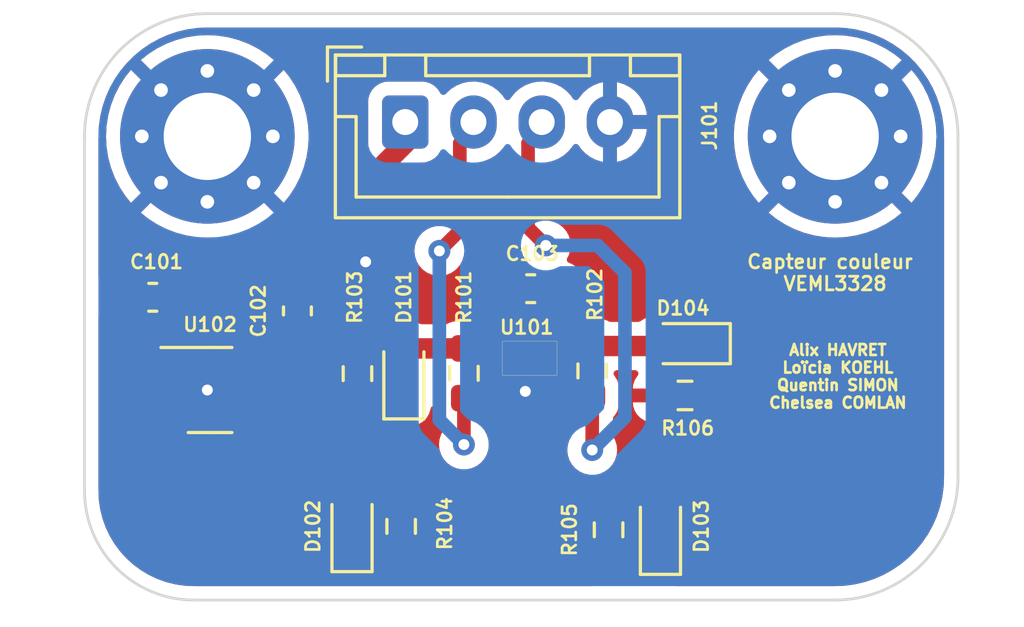
<source format=kicad_pcb>
(kicad_pcb (version 20211014) (generator pcbnew)
  (title_block (title "Capteur_couleur_robot_ESE") (date "2022-10-24") (company "ENSEA") (comment 1 "Chelsea COMLAN") (comment 2 "Alix HAVRET") (comment 3 "Loïcia KOEHL") (comment 4 "Quentin SIMON"))
  (layers (0 "F.Cu" signal) (31 "B.Cu" signal) (34 "B.Paste" user) (35 "F.Paste" user) (36 "B.SilkS" user "B.Silkscreen") (37 "F.SilkS" user "F.Silkscreen") (38 "B.Mask" user) (39 "F.Mask" user) (44 "Edge.Cuts" user))
  (net 0 "")
  (net 1 "+5V")
  (net 2 "GND")
  (net 3 "+3.3V")
  (net 4 "Net-(D101-Pad1)")
  (net 5 "Net-(D102-Pad1)")
  (net 6 "Net-(D103-Pad1)")
  (net 7 "Net-(R106-Pad1)")
  (net 8 "SDA")
  (net 9 "SCL")
  (footprint "Resistor_SMD:R_0603_1608Metric_Pad0.98x0.95mm_HandSolder" (layer "F.Cu") (at 121 59.5 180)
    (fp_text reference "R106" (at -0.1 -1.2) (layer "F.SilkS") (effects (font (size 0.5 0.5) (thickness 0.1))))
    (fp_text value "WHITE")
    (fp_line (start -0.254724 0.5225) (end 0.254724 0.5225) (layer "F.SilkS") (width 0.12))
    (fp_line (start -0.254724 -0.5225) (end 0.254724 -0.5225) (layer "F.SilkS") (width 0.12))
    (pad "1" smd roundrect (at -0.9125 0 180) (size 0.975 0.95) (layers "F.Cu" "F.Paste" "F.Mask") (net 7 "Net-(R106-Pad1)"))
    (pad "2" smd roundrect (at 0.9125 0 180) (size 0.975 0.95) (layers "F.Cu" "F.Paste" "F.Mask") (net 2 "GND"))
  )
  (footprint "VEML3328:VEML3328" (layer "F.Cu") (at 115.3 58.1)
    (fp_text reference "U101" (at -0.1 -1.1 unlocked) (layer "F.SilkS") (effects (font (size 0.5 0.5) (thickness 0.1))))
    (fp_text value "VEML3328")
    (fp_rect (start -0.99 -0.59) (end 1.01 0.66) (layer "F.SilkS") (width 0.01) (fill none))
    (pad "1" smd roundrect (at -0.7525 -0.315) (size 0.425 0.35) (layers "F.Cu" "F.Paste" "F.Mask") (net 2 "GND"))
    (pad "2" smd roundrect (at -0.7525 0.385) (size 0.425 0.35) (layers "F.Cu" "F.Paste" "F.Mask") (net 8 "SDA"))
    (pad "3" smd roundrect (at 0.7225 0.385) (size 0.525 0.35) (layers "F.Cu" "F.Paste" "F.Mask") (net 9 "SCL"))
    (pad "4" smd roundrect (at 0.785 -0.315) (size 0.4 0.35) (layers "F.Cu" "F.Paste" "F.Mask") (net 3 "+3.3V"))
  )
  (footprint "Resistor_SMD:R_0603_1608Metric_Pad0.98x0.95mm_HandSolder" (layer "F.Cu") (at 112.9 58.6875 -90)
    (fp_text reference "R101" (at -2.7875 0 90) (layer "F.SilkS") (effects (font (size 0.5 0.5) (thickness 0.1))))
    (fp_text value "2.2k")
    (fp_line (start -0.254724 -0.5225) (end 0.254724 -0.5225) (layer "F.SilkS") (width 0.12))
    (fp_line (start -0.254724 0.5225) (end 0.254724 0.5225) (layer "F.SilkS") (width 0.12))
    (pad "1" smd roundrect (at -0.9125 0 270) (size 0.975 0.95) (layers "F.Cu" "F.Paste" "F.Mask") (net 3 "+3.3V"))
    (pad "2" smd roundrect (at 0.9125 0 270) (size 0.975 0.95) (layers "F.Cu" "F.Paste" "F.Mask") (net 8 "SDA"))
  )
  (footprint "Resistor_SMD:R_0603_1608Metric_Pad0.98x0.95mm_HandSolder" (layer "F.Cu") (at 110.6 64.3 90)
    (fp_text reference "R104" (at 0.1 1.6 90) (layer "F.SilkS") (effects (font (size 0.5 0.5) (thickness 0.1))))
    (fp_text value "WHITE")
    (fp_line (start -0.254724 0.5225) (end 0.254724 0.5225) (layer "F.SilkS") (width 0.12))
    (fp_line (start -0.254724 -0.5225) (end 0.254724 -0.5225) (layer "F.SilkS") (width 0.12))
    (pad "1" smd roundrect (at -0.9125 0 90) (size 0.975 0.95) (layers "F.Cu" "F.Paste" "F.Mask") (net 5 "Net-(D102-Pad1)"))
    (pad "2" smd roundrect (at 0.9125 0 90) (size 0.975 0.95) (layers "F.Cu" "F.Paste" "F.Mask") (net 2 "GND"))
  )
  (footprint "LED_SMD:LED_0603_1608Metric_Pad1.05x0.95mm_HandSolder" (layer "F.Cu") (at 120.1 64.4 90)
    (fp_text reference "D103" (at 0.1 1.5 90) (layer "F.SilkS") (effects (font (size 0.5 0.5) (thickness 0.1))))
    (fp_text value "LED")
    (fp_line (start -1.66 -0.735) (end -1.66 0.735) (layer "F.SilkS") (width 0.12))
    (fp_line (start 0.8 -0.735) (end -1.66 -0.735) (layer "F.SilkS") (width 0.12))
    (fp_line (start -1.66 0.735) (end 0.8 0.735) (layer "F.SilkS") (width 0.12))
    (pad "1" smd roundrect (at -0.875 0 90) (size 1.05 0.95) (layers "F.Cu" "F.Paste" "F.Mask") (net 6 "Net-(D103-Pad1)"))
    (pad "2" smd roundrect (at 0.875 0 90) (size 1.05 0.95) (layers "F.Cu" "F.Paste" "F.Mask") (net 3 "+3.3V"))
  )
  (footprint "LED_SMD:LED_0603_1608Metric_Pad1.05x0.95mm_HandSolder" (layer "F.Cu") (at 108.8 64.3 90)
    (fp_text reference "D102" (at 0 -1.43 90) (layer "F.SilkS") (effects (font (size 0.5 0.5) (thickness 0.1))))
    (fp_text value "LED")
    (fp_line (start 0.8 -0.735) (end -1.66 -0.735) (layer "F.SilkS") (width 0.12))
    (fp_line (start -1.66 0.735) (end 0.8 0.735) (layer "F.SilkS") (width 0.12))
    (fp_line (start -1.66 -0.735) (end -1.66 0.735) (layer "F.SilkS") (width 0.12))
    (pad "1" smd roundrect (at -0.875 0 90) (size 1.05 0.95) (layers "F.Cu" "F.Paste" "F.Mask") (net 5 "Net-(D102-Pad1)"))
    (pad "2" smd roundrect (at 0.875 0 90) (size 1.05 0.95) (layers "F.Cu" "F.Paste" "F.Mask") (net 3 "+3.3V"))
  )
  (footprint "Resistor_SMD:R_0603_1608Metric_Pad0.98x0.95mm_HandSolder" (layer "F.Cu") (at 109 58.7 90)
    (fp_text reference "R103" (at 2.8 -0.1 90) (layer "F.SilkS") (effects (font (size 0.5 0.5) (thickness 0.1))))
    (fp_text value "WHITE")
    (fp_line (start -0.254724 -0.5225) (end 0.254724 -0.5225) (layer "F.SilkS") (width 0.12))
    (fp_line (start -0.254724 0.5225) (end 0.254724 0.5225) (layer "F.SilkS") (width 0.12))
    (pad "1" smd roundrect (at -0.9125 0 90) (size 0.975 0.95) (layers "F.Cu" "F.Paste" "F.Mask") (net 4 "Net-(D101-Pad1)"))
    (pad "2" smd roundrect (at 0.9125 0 90) (size 0.975 0.95) (layers "F.Cu" "F.Paste" "F.Mask") (net 3 "+3.3V"))
  )
  (footprint "MountingHole:MountingHole_3.2mm_M3_Pad_Via" (layer "F.Cu") (at 103.5 50)
    (fp_text reference "H102" hide)
    (fp_text value "MountingHole_Pad")
    (pad "1" thru_hole circle (at -1.697056 1.697056) (size 0.8 0.8) (drill 0.5) (layers *.Cu *.Mask) (net 2 "GND"))
    (pad "1" thru_hole circle (at 2.4 0) (size 0.8 0.8) (drill 0.5) (layers *.Cu *.Mask) (net 2 "GND"))
    (pad "1" thru_hole circle (at 0 2.4) (size 0.8 0.8) (drill 0.5) (layers *.Cu *.Mask) (net 2 "GND"))
    (pad "1" thru_hole circle (at -2.4 0) (size 0.8 0.8) (drill 0.5) (layers *.Cu *.Mask) (net 2 "GND"))
    (pad "1" thru_hole circle (at 0 0) (size 6.4 6.4) (drill 3.2) (layers *.Cu *.Mask) (net 2 "GND"))
    (pad "1" thru_hole circle (at 1.697056 1.697056) (size 0.8 0.8) (drill 0.5) (layers *.Cu *.Mask) (net 2 "GND"))
    (pad "1" thru_hole circle (at 0 -2.4) (size 0.8 0.8) (drill 0.5) (layers *.Cu *.Mask) (net 2 "GND"))
    (pad "1" thru_hole circle (at -1.697056 -1.697056) (size 0.8 0.8) (drill 0.5) (layers *.Cu *.Mask) (net 2 "GND"))
    (pad "1" thru_hole circle (at 1.697056 -1.697056) (size 0.8 0.8) (drill 0.5) (layers *.Cu *.Mask) (net 2 "GND"))
  )
  (footprint "Package_TO_SOT_SMD:SOT-23-5" (layer "F.Cu") (at 103.6 59.3)
    (fp_text reference "U102" (at 0 -2.4) (layer "F.SilkS") (effects (font (size 0.5 0.5) (thickness 0.1))))
    (fp_text value "MCP1802x-xx02xOT")
    (fp_line (start 0 -1.56) (end -1.8 -1.56) (layer "F.SilkS") (width 0.12))
    (fp_line (start 0 -1.56) (end 0.8 -1.56) (layer "F.SilkS") (width 0.12))
    (fp_line (start 0 1.56) (end -0.8 1.56) (layer "F.SilkS") (width 0.12))
    (fp_line (start 0 1.56) (end 0.8 1.56) (layer "F.SilkS") (width 0.12))
    (pad "1" smd roundrect (at -1.1375 -0.95) (size 1.325 0.6) (layers "F.Cu" "F.Paste" "F.Mask") (net 1 "+5V"))
    (pad "2" smd roundrect (at -1.1375 0) (size 1.325 0.6) (layers "F.Cu" "F.Paste" "F.Mask") (net 2 "GND"))
    (pad "3" smd roundrect (at -1.1375 0.95) (size 1.325 0.6) (layers "F.Cu" "F.Paste" "F.Mask") (net 1 "+5V"))
    (pad "4" smd roundrect (at 1.1375 0.95) (size 1.325 0.6) (layers "F.Cu" "F.Paste" "F.Mask"))
    (pad "5" smd roundrect (at 1.1375 -0.95) (size 1.325 0.6) (layers "F.Cu" "F.Paste" "F.Mask") (net 3 "+3.3V"))
  )
  (footprint "Capacitor_SMD:C_0603_1608Metric_Pad1.08x0.95mm_HandSolder" (layer "F.Cu") (at 101.5 55.9 180)
    (fp_text reference "C101" (at -0.1375 1.3) (layer "F.SilkS") (effects (font (size 0.5 0.5) (thickness 0.1))))
    (fp_text value "1uF")
    (fp_line (start -0.146267 -0.51) (end 0.146267 -0.51) (layer "F.SilkS") (width 0.12))
    (fp_line (start -0.146267 0.51) (end 0.146267 0.51) (layer "F.SilkS") (width 0.12))
    (pad "1" smd roundrect (at -0.8625 0 180) (size 1.075 0.95) (layers "F.Cu" "F.Paste" "F.Mask") (net 1 "+5V"))
    (pad "2" smd roundrect (at 0.8625 0 180) (size 1.075 0.95) (layers "F.Cu" "F.Paste" "F.Mask") (net 2 "GND"))
  )
  (footprint "Connector_JST:JST_XH_B4B-XH-A_1x04_P2.50mm_Vertical" (layer "F.Cu") (at 110.75 49.475)
    (fp_text reference "J101" (at 11.15 0.125 90) (layer "F.SilkS") (effects (font (size 0.5 0.5) (thickness 0.1))))
    (fp_text value "JST_Couleur_3V")
    (fp_line (start -2.55 -2.45) (end -2.55 -1.7) (layer "F.SilkS") (width 0.12))
    (fp_line (start 6.75 -2.45) (end 0.75 -2.45) (layer "F.SilkS") (width 0.12))
    (fp_line (start 8.25 -1.7) (end 10.05 -1.7) (layer "F.SilkS") (width 0.12))
    (fp_line (start -0.75 -1.7) (end -0.75 -2.45) (layer "F.SilkS") (width 0.12))
    (fp_line (start 0.75 -1.7) (end 6.75 -1.7) (layer "F.SilkS") (width 0.12))
    (fp_line (start -1.6 -2.75) (end -2.85 -2.75) (layer "F.SilkS") (width 0.12))
    (fp_line (start -2.55 -0.2) (end -1.8 -0.2) (layer "F.SilkS") (width 0.12))
    (fp_line (start -2.56 -2.46) (end -2.56 3.51) (layer "F.SilkS") (width 0.12))
    (fp_line (start 0.75 -2.45) (end 0.75 -1.7) (layer "F.SilkS") (width 0.12))
    (fp_line (start -2.85 -2.75) (end -2.85 -1.5) (layer "F.SilkS") (width 0.12))
    (fp_line (start 10.06 3.51) (end 10.06 -2.46) (layer "F.SilkS") (width 0.12))
    (fp_line (start -2.55 -1.7) (end -0.75 -1.7) (layer "F.SilkS") (width 0.12))
    (fp_line (start -2.56 3.51) (end 10.06 3.51) (layer "F.SilkS") (width 0.12))
    (fp_line (start 10.05 -1.7) (end 10.05 -2.45) (layer "F.SilkS") (width 0.12))
    (fp_line (start -1.8 2.75) (end 3.75 2.75) (layer "F.SilkS") (width 0.12))
    (fp_line (start 9.3 -0.2) (end 9.3 2.75) (layer "F.SilkS") (width 0.12))
    (fp_line (start 10.06 -2.46) (end -2.56 -2.46) (layer "F.SilkS") (width 0.12))
    (fp_line (start 8.25 -2.45) (end 8.25 -1.7) (layer "F.SilkS") (width 0.12))
    (fp_line (start -0.75 -2.45) (end -2.55 -2.45) (layer "F.SilkS") (width 0.12))
    (fp_line (start 10.05 -2.45) (end 8.25 -2.45) (layer "F.SilkS") (width 0.12))
    (fp_line (start 10.05 -0.2) (end 9.3 -0.2) (layer "F.SilkS") (width 0.12))
    (fp_line (start 6.75 -1.7) (end 6.75 -2.45) (layer "F.SilkS") (width 0.12))
    (fp_line (start 9.3 2.75) (end 3.75 2.75) (layer "F.SilkS") (width 0.12))
    (fp_line (start -1.8 -0.2) (end -1.8 2.75) (layer "F.SilkS") (width 0.12))
    (pad "1" thru_hole roundrect (at 0 0) (size 1.7 1.95) (drill 0.95) (layers *.Cu *.Mask) (roundrect_rratio 0.147059) (net 1 "+5V"))
    (pad "2" thru_hole oval (at 2.5 0) (size 1.7 1.95) (drill 0.95) (layers *.Cu *.Mask) (net 8 "SDA"))
    (pad "3" thru_hole oval (at 5 0) (size 1.7 1.95) (drill 0.95) (layers *.Cu *.Mask) (net 9 "SCL"))
    (pad "4" thru_hole oval (at 7.5 0) (size 1.7 1.95) (drill 0.95) (layers *.Cu *.Mask) (net 2 "GND"))
  )
  (footprint "Capacitor_SMD:C_0603_1608Metric_Pad1.08x0.95mm_HandSolder" (layer "F.Cu") (at 115.3475 55.585 180)
    (fp_text reference "C103" (at -0.0525 1.285) (layer "F.SilkS") (effects (font (size 0.5 0.5) (thickness 0.1))))
    (fp_text value "100n")
    (fp_line (start -0.146267 -0.51) (end 0.146267 -0.51) (layer "F.SilkS") (width 0.12))
    (fp_line (start -0.146267 0.51) (end 0.146267 0.51) (layer "F.SilkS") (width 0.12))
    (pad "1" smd roundrect (at -0.8625 0 180) (size 1.075 0.95) (layers "F.Cu" "F.Paste" "F.Mask") (net 3 "+3.3V"))
    (pad "2" smd roundrect (at 0.8625 0 180) (size 1.075 0.95) (layers "F.Cu" "F.Paste" "F.Mask") (net 2 "GND"))
  )
  (footprint "MountingHole:MountingHole_3.2mm_M3_Pad_Via" (layer "F.Cu") (at 126.5 50)
    (fp_text reference "H101" hide)
    (fp_text value "MountingHole_Pad")
    (pad "1" thru_hole circle (at 2.4 0) (size 0.8 0.8) (drill 0.5) (layers *.Cu *.Mask) (net 2 "GND"))
    (pad "1" thru_hole circle (at -2.4 0) (size 0.8 0.8) (drill 0.5) (layers *.Cu *.Mask) (net 2 "GND"))
    (pad "1" thru_hole circle (at 1.697056 1.697056) (size 0.8 0.8) (drill 0.5) (layers *.Cu *.Mask) (net 2 "GND"))
    (pad "1" thru_hole circle (at -1.697056 -1.697056) (size 0.8 0.8) (drill 0.5) (layers *.Cu *.Mask) (net 2 "GND"))
    (pad "1" thru_hole circle (at 0 2.4) (size 0.8 0.8) (drill 0.5) (layers *.Cu *.Mask) (net 2 "GND"))
    (pad "1" thru_hole circle (at 1.697056 -1.697056) (size 0.8 0.8) (drill 0.5) (layers *.Cu *.Mask) (net 2 "GND"))
    (pad "1" thru_hole circle (at -1.697056 1.697056) (size 0.8 0.8) (drill 0.5) (layers *.Cu *.Mask) (net 2 "GND"))
    (pad "1" thru_hole circle (at 0 -2.4) (size 0.8 0.8) (drill 0.5) (layers *.Cu *.Mask) (net 2 "GND"))
    (pad "1" thru_hole circle (at 0 0) (size 6.4 6.4) (drill 3.2) (layers *.Cu *.Mask) (net 2 "GND"))
  )
  (footprint "Resistor_SMD:R_0603_1608Metric_Pad0.98x0.95mm_HandSolder" (layer "F.Cu") (at 117.6 58.6 -90)
    (fp_text reference "R102" (at -2.8 -0.1 90) (layer "F.SilkS") (effects (font (size 0.5 0.5) (thickness 0.1))))
    (fp_text value "2.2k")
    (fp_line (start -0.254724 -0.5225) (end 0.254724 -0.5225) (layer "F.SilkS") (width 0.12))
    (fp_line (start -0.254724 0.5225) (end 0.254724 0.5225) (layer "F.SilkS") (width 0.12))
    (pad "1" smd roundrect (at -0.9125 0 270) (size 0.975 0.95) (layers "F.Cu" "F.Paste" "F.Mask") (net 3 "+3.3V"))
    (pad "2" smd roundrect (at 0.9125 0 270) (size 0.975 0.95) (layers "F.Cu" "F.Paste" "F.Mask") (net 9 "SCL"))
  )
  (footprint "LED_SMD:LED_0603_1608Metric_Pad1.05x0.95mm_HandSolder" (layer "F.Cu") (at 121 57.6 180)
    (fp_text reference "D104" (at 0.075 1.3) (layer "F.SilkS") (effects (font (size 0.5 0.5) (thickness 0.1))))
    (fp_text value "LED")
    (fp_line (start -1.66 -0.735) (end -1.66 0.735) (layer "F.SilkS") (width 0.12))
    (fp_line (start 0.8 -0.735) (end -1.66 -0.735) (layer "F.SilkS") (width 0.12))
    (fp_line (start -1.66 0.735) (end 0.8 0.735) (layer "F.SilkS") (width 0.12))
    (pad "1" smd roundrect (at -0.875 0 180) (size 1.05 0.95) (layers "F.Cu" "F.Paste" "F.Mask") (net 7 "Net-(R106-Pad1)"))
    (pad "2" smd roundrect (at 0.875 0 180) (size 1.05 0.95) (layers "F.Cu" "F.Paste" "F.Mask") (net 3 "+3.3V"))
  )
  (footprint "LED_SMD:LED_0603_1608Metric_Pad1.05x0.95mm_HandSolder" (layer "F.Cu") (at 110.7 58.7 90)
    (fp_text reference "D101" (at 2.8 0 90) (layer "F.SilkS") (effects (font (size 0.5 0.5) (thickness 0.1))))
    (fp_text value "LED")
    (fp_line (start -1.66 -0.735) (end -1.66 0.735) (layer "F.SilkS") (width 0.12))
    (fp_line (start 0.8 -0.735) (end -1.66 -0.735) (layer "F.SilkS") (width 0.12))
    (fp_line (start -1.66 0.735) (end 0.8 0.735) (layer "F.SilkS") (width 0.12))
    (pad "1" smd roundrect (at -0.875 0 90) (size 1.05 0.95) (layers "F.Cu" "F.Paste" "F.Mask") (net 4 "Net-(D101-Pad1)"))
    (pad "2" smd roundrect (at 0.875 0 90) (size 1.05 0.95) (layers "F.Cu" "F.Paste" "F.Mask") (net 3 "+3.3V"))
  )
  (footprint "Resistor_SMD:R_0603_1608Metric_Pad0.98x0.95mm_HandSolder" (layer "F.Cu") (at 118.2 64.425 90)
    (fp_text reference "R105" (at 0 -1.43 90) (layer "F.SilkS") (effects (font (size 0.5 0.5) (thickness 0.1))))
    (fp_text value "WHITE")
    (fp_line (start -0.254724 -0.5225) (end 0.254724 -0.5225) (layer "F.SilkS") (width 0.12))
    (fp_line (start -0.254724 0.5225) (end 0.254724 0.5225) (layer "F.SilkS") (width 0.12))
    (pad "1" smd roundrect (at -0.9125 0 90) (size 0.975 0.95) (layers "F.Cu" "F.Paste" "F.Mask") (net 6 "Net-(D103-Pad1)"))
    (pad "2" smd roundrect (at 0.9125 0 90) (size 0.975 0.95) (layers "F.Cu" "F.Paste" "F.Mask") (net 2 "GND"))
  )
  (footprint "Capacitor_SMD:C_0603_1608Metric_Pad1.08x0.95mm_HandSolder" (layer "F.Cu") (at 106.8 56.4 90)
    (fp_text reference "C102" (at 0 -1.43 90) (layer "F.SilkS") (effects (font (size 0.5 0.5) (thickness 0.1))))
    (fp_text value "1uF")
    (fp_line (start -0.146267 -0.51) (end 0.146267 -0.51) (layer "F.SilkS") (width 0.12))
    (fp_line (start -0.146267 0.51) (end 0.146267 0.51) (layer "F.SilkS") (width 0.12))
    (pad "1" smd roundrect (at -0.8625 0 90) (size 1.075 0.95) (layers "F.Cu" "F.Paste" "F.Mask") (net 3 "+3.3V"))
    (pad "2" smd roundrect (at 0.8625 0 90) (size 1.075 0.95) (layers "F.Cu" "F.Paste" "F.Mask") (net 2 "GND"))
  )
  (gr_line (start 99 50) (end 99 63) (layer "Edge.Cuts") (width 0.1))
  (gr_line (start 103.5 45.5) (end 126.5 45.5) (layer "Edge.Cuts") (width 0.1))
  (gr_arc (start 99 50) (mid 100.318019 46.818019) (end 103.5 45.5) (layer "Edge.Cuts") (width 0.1))
  (gr_arc (start 126.5 45.5) (mid 129.681981 46.818019) (end 131 50) (layer "Edge.Cuts") (width 0.1))
  (gr_arc (start 103 67) (mid 100.171573 65.828427) (end 99 63) (layer "Edge.Cuts") (width 0.1))
  (gr_line (start 131 62.5) (end 131 50) (layer "Edge.Cuts") (width 0.1))
  (gr_arc (start 131 62.5) (mid 129.681981 65.681981) (end 126.5 67) (layer "Edge.Cuts") (width 0.1))
  (gr_line (start 103 67) (end 126.5 67) (layer "Edge.Cuts") (width 0.1))
  (gr_text "Alix HAVRET\nLoïcia KOEHL\nQuentin SIMON\nChelsea COMLAN" (at 126.6 58.8) (layer "F.SilkS") (effects (font (size 0.4 0.4) (thickness 0.1))))
  (gr_text "Capteur couleur \nVEML3328" (at 126.5 55) (layer "F.SilkS") (effects (font (size 0.5 0.5) (thickness 0.1))))
  (segment (start 107.6 54) (end 105 54) (width 0.75) (layer "F.Cu") (net 1))
  (segment (start 101 58.5) (end 101 60) (width 0.75) (layer "F.Cu") (net 1))
  (segment (start 110 51.6) (end 107.6 54) (width 0.75) (layer "F.Cu") (net 1))
  (segment (start 110.75 50.25) (end 110 51) (width 0.75) (layer "F.Cu") (net 1))
  (segment (start 101.25 58.25) (end 101 58.5) (width 0.75) (layer "F.Cu") (net 1))
  (segment (start 110.75 49.475) (end 110.75 50.25) (width 0.25) (layer "F.Cu") (net 1))
  (segment (start 101 60) (end 101.25 60.25) (width 0.75) (layer "F.Cu") (net 1))
  (segment (start 105 54) (end 103.1 55.9) (width 0.75) (layer "F.Cu") (net 1))
  (segment (start 101.25 60.25) (end 102.4625 60.25) (width 0.75) (layer "F.Cu") (net 1))
  (segment (start 110 51) (end 110 51.6) (width 0.75) (layer "F.Cu") (net 1))
  (segment (start 102.3625 58.25) (end 101.25 58.25) (width 0.75) (layer "F.Cu") (net 1))
  (segment (start 103.1 55.9) (end 102.3625 55.9) (width 0.75) (layer "F.Cu") (net 1))
  (segment (start 102.3625 58.25) (end 102.4625 58.35) (width 0.25) (layer "F.Cu") (net 1))
  (segment (start 102.3625 55.9) (end 102.3625 58.25) (width 0.75) (layer "F.Cu") (net 1))
  (segment (start 115.035 57.785) (end 115.2475 57.9975) (width 0.5) (layer "F.Cu") (net 2))
  (segment (start 114.5475 57.785) (end 115.035 57.785) (width 0.5) (layer "F.Cu") (net 2))
  (segment (start 115.2475 59.2525) (end 115.15 59.35) (width 0.5) (layer "F.Cu") (net 2))
  (segment (start 115.2475 57.9975) (end 115.2475 59.2525) (width 0.5) (layer "F.Cu") (net 2))
  (via (at 115.15 59.35) (size 0.8) (drill 0.4) (layers "F.Cu" "B.Cu") (net 2))
  (via (at 109.3 54.6) (size 0.8) (drill 0.4) (layers "F.Cu" "B.Cu") (net 2))
  (via (at 103.5 59.3) (size 0.8) (drill 0.4) (layers "F.Cu" "B.Cu") (net 2))
  (segment (start 124.1 56.8) (end 124.1 62) (width 0.75) (layer "F.Cu") (net 3))
  (segment (start 117.6 57.6875) (end 120.0375 57.6875) (width 0.75) (layer "F.Cu") (net 3))
  (segment (start 124.1 62) (end 122.575 63.525) (width 0.75) (layer "F.Cu") (net 3))
  (segment (start 112.9 57.775) (end 113.775 56.9) (width 0.75) (layer "F.Cu") (net 3))
  (segment (start 120.0375 57.6875) (end 120.125 57.6) (width 0.25) (layer "F.Cu") (net 3))
  (segment (start 112.9 57.775) (end 110.75 57.775) (width 0.75) (layer "F.Cu") (net 3))
  (segment (start 121.725 56) (end 123.3 56) (width 0.75) (layer "F.Cu") (net 3))
  (segment (start 113.775 56.9) (end 115.92 56.9) (width 0.75) (layer "F.Cu") (net 3))
  (segment (start 115.92 56.9) (end 116.21 56.61) (width 0.75) (layer "F.Cu") (net 3))
  (segment (start 105.83125 58.23125) (end 105.7125 58.35) (width 0.25) (layer "F.Cu") (net 3))
  (segment (start 107.0875 56.975) (end 106.8 57.2625) (width 0.75) (layer "F.Cu") (net 3))
  (segment (start 110.75 57.775) (end 110.7 57.825) (width 0.25) (layer "F.Cu") (net 3))
  (segment (start 120.125 57.6) (end 121.725 56) (width 0.75) (layer "F.Cu") (net 3))
  (segment (start 110.7 57.825) (end 109.85 56.975) (width 0.75) (layer "F.Cu") (net 3))
  (segment (start 109.85 56.975) (end 107.0875 56.975) (width 0.75) (layer "F.Cu") (net 3))
  (segment (start 106.2 58.6) (end 105.83125 58.23125) (width 0.75) (layer "F.Cu") (net 3))
  (segment (start 105.7125 58.35) (end 104.7375 58.35) (width 0.75) (layer "F.Cu") (net 3))
  (segment (start 108.8 63.425) (end 107.225 63.425) (width 0.75) (layer "F.Cu") (net 3))
  (segment (start 106.8 57.2625) (end 105.83125 58.23125) (width 0.75) (layer "F.Cu") (net 3))
  (segment (start 117.6 57.6875) (end 116.1825 57.6875) (width 0.5) (layer "F.Cu") (net 3))
  (segment (start 123.3 56) (end 124.1 56.8) (width 0.75) (layer "F.Cu") (net 3))
  (segment (start 116.21 55.585) (end 116.21 56.61) (width 0.75) (layer "F.Cu") (net 3))
  (segment (start 106.2 62.4) (end 106.2 58.6) (width 0.75) (layer "F.Cu") (net 3))
  (segment (start 122.575 63.525) (end 120.1 63.525) (width 0.75) (layer "F.Cu") (net 3))
  (segment (start 116.21 56.61) (end 116.21 57.66) (width 0.5) (layer "F.Cu") (net 3))
  (segment (start 107.225 63.425) (end 106.2 62.4) (width 0.75) (layer "F.Cu") (net 3))
  (segment (start 109 59.6125) (end 110.6625 59.6125) (width 0.5) (layer "F.Cu") (net 4))
  (segment (start 110.6625 59.6125) (end 110.7 59.575) (width 0.25) (layer "F.Cu") (net 4))
  (segment (start 110.6 65.2125) (end 108.8375 65.2125) (width 0.5) (layer "F.Cu") (net 5))
  (segment (start 108.8375 65.2125) (end 108.8 65.175) (width 0.25) (layer "F.Cu") (net 5))
  (segment (start 120.1 65.275) (end 118.2625 65.275) (width 0.5) (layer "F.Cu") (net 6))
  (segment (start 118.2625 65.275) (end 118.2 65.3375) (width 0.25) (layer "F.Cu") (net 6))
  (segment (start 121.875 57.6) (end 121.875 59.4625) (width 0.5) (layer "F.Cu") (net 7))
  (segment (start 121.875 59.4625) (end 121.9125 59.5) (width 0.25) (layer "F.Cu") (net 7))
  (segment (start 113.25 49.475) (end 113.25 49.75) (width 0.25) (layer "F.Cu") (net 8))
  (segment (start 112.9 59.6) (end 113.4325 59.6) (width 0.5) (layer "F.Cu") (net 8))
  (segment (start 113.4325 59.6) (end 114.5475 58.485) (width 0.5) (layer "F.Cu") (net 8))
  (segment (start 112.75 50.25) (end 112.75 53.45) (width 0.5) (layer "F.Cu") (net 8))
  (segment (start 112.9 61.3) (end 112.9 59.6) (width 0.5) (layer "F.Cu") (net 8))
  (segment (start 112.75 53.45) (end 112 54.2) (width 0.5) (layer "F.Cu") (net 8))
  (segment (start 113.25 49.75) (end 112.75 50.25) (width 0.5) (layer "F.Cu") (net 8))
  (via (at 112.9 61.3) (size 0.8) (drill 0.4) (layers "F.Cu" "B.Cu") (net 8))
  (via (at 112 54.2) (size 0.8) (drill 0.4) (layers "F.Cu" "B.Cu") (net 8))
  (segment (start 112 60.4) (end 112 54.2) (width 0.5) (layer "B.Cu") (net 8))
  (segment (start 112.9 61.3) (end 112 60.4) (width 0.5) (layer "B.Cu") (net 8))
  (segment (start 115.75 49.75) (end 115.25 50.25) (width 0.5) (layer "F.Cu") (net 9))
  (segment (start 116.4125 59.5125) (end 116.0225 59.1225) (width 0.5) (layer "F.Cu") (net 9))
  (segment (start 117.6 61.5) (end 117.6 59.5125) (width 0.5) (layer "F.Cu") (net 9))
  (segment (start 116.0225 59.1225) (end 116.0225 58.5125) (width 0.5) (layer "F.Cu") (net 9))
  (segment (start 115.25 53.35) (end 115.9 54) (width 0.5) (layer "F.Cu") (net 9))
  (segment (start 117.6 59.5125) (end 116.4125 59.5125) (width 0.5) (layer "F.Cu") (net 9))
  (segment (start 115.75 49.475) (end 115.75 49.75) (width 0.25) (layer "F.Cu") (net 9))
  (segment (start 115.25 50.25) (end 115.25 53.35) (width 0.5) (layer "F.Cu") (net 9))
  (via (at 117.6 61.5) (size 0.8) (drill 0.4) (layers "F.Cu" "B.Cu") (net 9))
  (via (at 115.9 54) (size 0.8) (drill 0.4) (layers "F.Cu" "B.Cu") (net 9))
  (segment (start 115.9 54) (end 117.8 54) (width 0.5) (layer "B.Cu") (net 9))
  (segment (start 117.8 54) (end 118.8 55) (width 0.5) (layer "B.Cu") (net 9))
  (segment (start 118.8 60.3) (end 117.6 61.5) (width 0.5) (layer "B.Cu") (net 9))
  (segment (start 118.8 55) (end 118.8 60.3) (width 0.5) (layer "B.Cu") (net 9))
  (zone (net 2) (net_name "GND") (layer "F.Cu") (connect_pads (clearance 0.508)) (min_thickness 0.254) (fill yes (thermal_gap 0.508) (thermal_bridge_width 0.508))
    (polygon (pts (xy 132 68) (xy 97 68) (xy 97 45) (xy 132 45)))
  )
  (zone (net 2) (net_name "GND") (layer "B.Cu") (connect_pads (clearance 0.508)) (min_thickness 0.254) (fill yes (thermal_gap 0.508) (thermal_bridge_width 0.508))
    (polygon (pts (xy 132 68) (xy 97 68) (xy 97 45) (xy 132 45)))
  )
)
</source>
